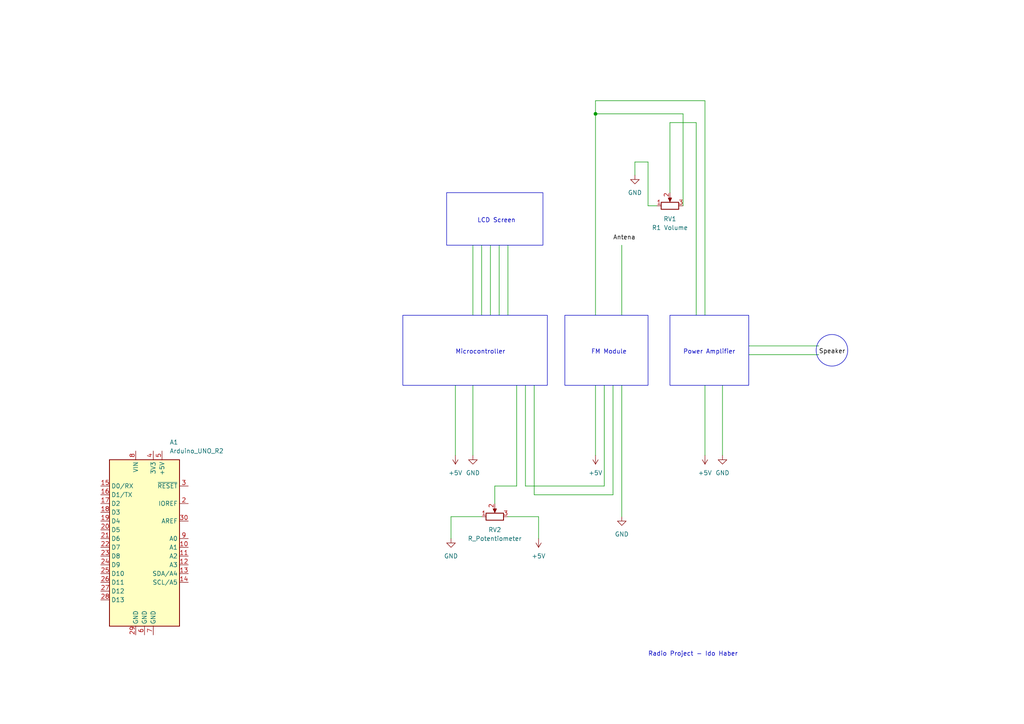
<source format=kicad_sch>
(kicad_sch (version 20230121) (generator eeschema)
  (paper "A4")
  (lib_symbols
    (symbol "Device:R_Potentiometer" (pin_names (offset 1.016) hide)
      (property "Reference" "RV" (at -4.445 0 90))
      (property "Value" "R_Potentiometer" (at -2.54 0 90))
      (symbol "R_Potentiometer_0_1"
        (polyline (pts (xy 2.54 0) (xy 1.524 0)))
        (polyline (pts (xy 1.143 0) (xy 2.286 0.508) (xy 2.286 -0.508) (xy 1.143 0)) (fill (type outline)))
        (rectangle (start 1.016 2.54) (end -1.016 -2.54) (stroke (width 0.254)))
      )
      (symbol "R_Potentiometer_1_1"
        (pin passive line (at 0 3.81 270) (length 1.27) (name "1") (number "1"))
        (pin passive line (at 3.81 0 180) (length 1.27) (name "2") (number "2"))
        (pin passive line (at 0 -3.81 90) (length 1.27) (name "3") (number "3"))
      )
    )
    (symbol "MCU_Module:Arduino_UNO_R2"
      (property "Reference" "A" (at -10.16 23.495 0))
      (property "Value" "Arduino_UNO_R2" (at 5.08 -26.67 0))
      (symbol "Arduino_UNO_R2_0_1"
        (rectangle (start -10.16 22.86) (end 10.16 -25.4) (stroke (width 0.254)) (fill (type background)))
      )
      (symbol "Arduino_UNO_R2_1_1"
        (pin no_connect line (at -10.16 -20.32 0) (length 2.54) hide (name "NC") (number "1"))
        (pin bidirectional line (at 12.7 -2.54 180) (length 2.54) (name "A1") (number "10"))
        (pin bidirectional line (at 12.7 -5.08 180) (length 2.54) (name "A2") (number "11"))
        (pin bidirectional line (at 12.7 -7.62 180) (length 2.54) (name "A3") (number "12"))
        (pin bidirectional line (at 12.7 -10.16 180) (length 2.54) (name "SDA/A4") (number "13"))
        (pin bidirectional line (at 12.7 -12.7 180) (length 2.54) (name "SCL/A5") (number "14"))
        (pin bidirectional line (at -12.7 15.24 0) (length 2.54) (name "D0/RX") (number "15"))
        (pin bidirectional line (at -12.7 12.7 0) (length 2.54) (name "D1/TX") (number "16"))
        (pin bidirectional line (at -12.7 10.16 0) (length 2.54) (name "D2") (number "17"))
        (pin bidirectional line (at -12.7 7.62 0) (length 2.54) (name "D3") (number "18"))
        (pin bidirectional line (at -12.7 5.08 0) (length 2.54) (name "D4") (number "19"))
        (pin output line (at 12.7 10.16 180) (length 2.54) (name "IOREF") (number "2"))
        (pin bidirectional line (at -12.7 2.54 0) (length 2.54) (name "D5") (number "20"))
        (pin bidirectional line (at -12.7 0 0) (length 2.54) (name "D6") (number "21"))
        (pin bidirectional line (at -12.7 -2.54 0) (length 2.54) (name "D7") (number "22"))
        (pin bidirectional line (at -12.7 -5.08 0) (length 2.54) (name "D8") (number "23"))
        (pin bidirectional line (at -12.7 -7.62 0) (length 2.54) (name "D9") (number "24"))
        (pin bidirectional line (at -12.7 -10.16 0) (length 2.54) (name "D10") (number "25"))
        (pin bidirectional line (at -12.7 -12.7 0) (length 2.54) (name "D11") (number "26"))
        (pin bidirectional line (at -12.7 -15.24 0) (length 2.54) (name "D12") (number "27"))
        (pin bidirectional line (at -12.7 -17.78 0) (length 2.54) (name "D13") (number "28"))
        (pin power_in line (at -2.54 -27.94 90) (length 2.54) (name "GND") (number "29"))
        (pin input line (at 12.7 15.24 180) (length 2.54) (name "~{RESET}") (number "3"))
        (pin input line (at 12.7 5.08 180) (length 2.54) (name "AREF") (number "30"))
        (pin power_out line (at 2.54 25.4 270) (length 2.54) (name "3V3") (number "4"))
        (pin power_out line (at 5.08 25.4 270) (length 2.54) (name "+5V") (number "5"))
        (pin power_in line (at 0 -27.94 90) (length 2.54) (name "GND") (number "6"))
        (pin power_in line (at 2.54 -27.94 90) (length 2.54) (name "GND") (number "7"))
        (pin power_in line (at -2.54 25.4 270) (length 2.54) (name "VIN") (number "8"))
        (pin bidirectional line (at 12.7 0 180) (length 2.54) (name "A0") (number "9"))
      )
    )
    (symbol "power:+5V" (power) (pin_names (offset 0))
      (property "Value" "+5V" (at 0 3.556 0))
      (symbol "+5V_0_1"
        (polyline (pts (xy -0.762 1.27) (xy 0 2.54)))
        (polyline (pts (xy 0 0) (xy 0 2.54)))
        (polyline (pts (xy 0 2.54) (xy 0.762 1.27)))
      )
      (symbol "+5V_1_1"
        (pin power_in line (at 0 0 90) (length 0) hide (name "+5V") (number "1"))
      )
    )
    (symbol "power:GND" (power) (pin_names (offset 0))
      (property "Value" "GND" (at 0 -3.81 0))
      (symbol "GND_0_1"
        (polyline (pts (xy 0 0) (xy 0 -1.27) (xy 1.27 -1.27) (xy 0 -2.54) (xy -1.27 -1.27) (xy 0 -1.27)))
      )
      (symbol "GND_1_1"
        (pin power_in line (at 0 0 270) (length 0) hide (name "GND") (number "1"))
      )
    )
  )
  (junction (at 172.72 33.02))
  (wire (pts (xy 190.5 59.69) (xy 187.96 59.69)))
  (wire (pts (xy 137.16 71.12) (xy 137.16 91.44)))
  (wire (pts (xy 172.72 111.76) (xy 172.72 132.08)))
  (wire (pts (xy 180.34 111.76) (xy 180.34 149.86)))
  (wire (pts (xy 172.72 29.21) (xy 204.47 29.21)))
  (wire (pts (xy 130.81 149.86) (xy 139.7 149.86)))
  (wire (pts (xy 132.08 111.76) (xy 132.08 132.08)))
  (wire (pts (xy 149.86 111.76) (xy 149.86 140.97)))
  (wire (pts (xy 130.81 149.86) (xy 130.81 156.21)))
  (wire (pts (xy 177.8 143.51) (xy 154.94 143.51)))
  (wire (pts (xy 137.16 111.76) (xy 137.16 132.08)))
  (wire (pts (xy 154.94 111.76) (xy 154.94 143.51)))
  (wire (pts (xy 156.21 149.86) (xy 156.21 156.21)))
  (wire (pts (xy 143.51 140.97) (xy 143.51 146.05)))
  (wire (pts (xy 147.32 71.12) (xy 147.32 91.44)))
  (wire (pts (xy 177.8 111.76) (xy 177.8 143.51)))
  (wire (pts (xy 172.72 33.02) (xy 172.72 91.44)))
  (wire (pts (xy 187.96 46.99) (xy 184.15 46.99)))
  (wire (pts (xy 194.31 35.56) (xy 201.93 35.56)))
  (wire (pts (xy 147.32 149.86) (xy 156.21 149.86)))
  (wire (pts (xy 149.86 140.97) (xy 143.51 140.97)))
  (wire (pts (xy 139.7 71.12) (xy 139.7 91.44)))
  (wire (pts (xy 184.15 46.99) (xy 184.15 50.8)))
  (wire (pts (xy 217.17 102.87) (xy 237.49 102.87)))
  (wire (pts (xy 209.55 111.76) (xy 209.55 132.08)))
  (wire (pts (xy 198.12 33.02) (xy 198.12 59.69)))
  (wire (pts (xy 217.17 100.33) (xy 237.49 100.33)))
  (wire (pts (xy 175.26 140.97) (xy 152.4 140.97)))
  (wire (pts (xy 201.93 35.56) (xy 201.93 91.44)))
  (wire (pts (xy 144.78 71.12) (xy 144.78 91.44)))
  (wire (pts (xy 172.72 29.21) (xy 172.72 33.02)))
  (wire (pts (xy 204.47 29.21) (xy 204.47 91.44)))
  (wire (pts (xy 175.26 111.76) (xy 175.26 140.97)))
  (wire (pts (xy 180.34 71.12) (xy 180.34 91.44)))
  (wire (pts (xy 152.4 111.76) (xy 152.4 140.97)))
  (wire (pts (xy 194.31 35.56) (xy 194.31 55.88)))
  (wire (pts (xy 187.96 59.69) (xy 187.96 46.99)))
  (wire (pts (xy 204.47 111.76) (xy 204.47 132.08)))
  (wire (pts (xy 172.72 33.02) (xy 198.12 33.02)))
  (wire (pts (xy 142.24 71.12) (xy 142.24 91.44)))
  (rectangle (start 116.84 91.44) (end 158.75 111.76))
  (circle (center 241.3 101.6) (radius 4.5791))
  (rectangle (start 194.31 91.44) (end 217.17 111.76))
  (rectangle (start 163.83 91.44) (end 187.96 111.76))
  (rectangle (start 129.54 55.88) (end 157.48 71.12))
  (text "LCD Screen" (at 138.43 64.77 0) (effects (font (size 1.27 1.27)) (justify left bottom)))
  (text "Microcontroller" (at 132.08 102.87 0) (effects (font (size 1.27 1.27)) (justify left bottom)))
  (text "Power Amplifier\n" (at 198.12 102.87 0) (effects (font (size 1.27 1.27)) (justify left bottom)))
  (text "FM Module\n" (at 171.45 102.87 0) (effects (font (size 1.27 1.27)) (justify left bottom)))
  (text "Radio Project - Ido Haber" (at 187.96 190.5 0) (effects (font (size 1.27 1.27)) (justify left bottom)))
  (label "Antena" (at 177.8 69.85 0))
  (label "Speaker" (at 237.49 102.87 0))
  (symbol (lib_id "MCU_Module:Arduino_UNO_R2") (at 41.91 156.21 0) (unit 1)
    (property "Reference" "A1" (at 49.1841 128.27 0) (effects (justify left)))
    (property "Value" "Arduino_UNO_R2" (at 49.1841 130.81 0) (effects (justify left)))
    (property "Footprint" "Module:Arduino_UNO_R2" (effects hide))
    (property "Datasheet" "https://www.arduino.cc/en/Main/arduinoBoardUno" (effects hide))
  )
  (symbol (lib_id "power:+5V") (at 204.47 132.08 180) (unit 1)
    (property "Reference" "#PWR05" (effects hide))
    (property "Value" "+5V" (at 204.47 137.16 0))
  )
  (symbol (lib_id "power:+5V") (at 172.72 132.08 180) (unit 1)
    (property "Reference" "#PWR04" (effects hide))
    (property "Value" "+5V" (at 172.72 137.16 0))
  )
  (symbol (lib_id "power:+5V") (at 156.21 156.21 180) (unit 1)
    (property "Reference" "#PWR09" (effects hide))
    (property "Value" "+5V" (at 156.21 161.29 0))
  )
  (symbol (lib_id "Device:R_Potentiometer") (at 143.51 149.86 90) (unit 1)
    (property "Reference" "RV2" (at 143.51 153.67 90))
    (property "Value" "R_Potentiometer" (at 143.51 156.21 90))
  )
  (symbol (lib_id "power:GND") (at 130.81 156.21 0) (unit 1)
    (property "Reference" "#PWR08" (effects hide))
    (property "Value" "GND" (at 130.81 161.29 0))
  )
  (symbol (lib_id "power:GND") (at 184.15 50.8 0) (unit 1)
    (property "Reference" "#PWR07" (effects hide))
    (property "Value" "GND" (at 184.15 55.88 0))
  )
  (symbol (lib_id "power:GND") (at 209.55 132.08 0) (unit 1)
    (property "Reference" "#PWR06" (effects hide))
    (property "Value" "GND" (at 209.55 137.16 0))
  )
  (symbol (lib_id "power:GND") (at 137.16 132.08 0) (unit 1)
    (property "Reference" "#PWR02" (effects hide))
    (property "Value" "GND" (at 137.16 137.16 0))
  )
  (symbol (lib_id "power:GND") (at 180.34 149.86 0) (unit 1)
    (property "Reference" "#PWR01" (effects hide))
    (property "Value" "GND" (at 180.34 154.94 0))
  )
  (symbol (lib_id "power:+5V") (at 132.08 132.08 180) (unit 1)
    (property "Reference" "#PWR03" (effects hide))
    (property "Value" "+5V" (at 132.08 137.16 0))
  )
  (symbol (lib_id "Device:R_Potentiometer") (at 194.31 59.69 90) (unit 1)
    (property "Reference" "RV1" (at 194.31 63.5 90))
    (property "Value" "R1 Volume" (at 194.31 66.04 90))
  )
)
</source>
